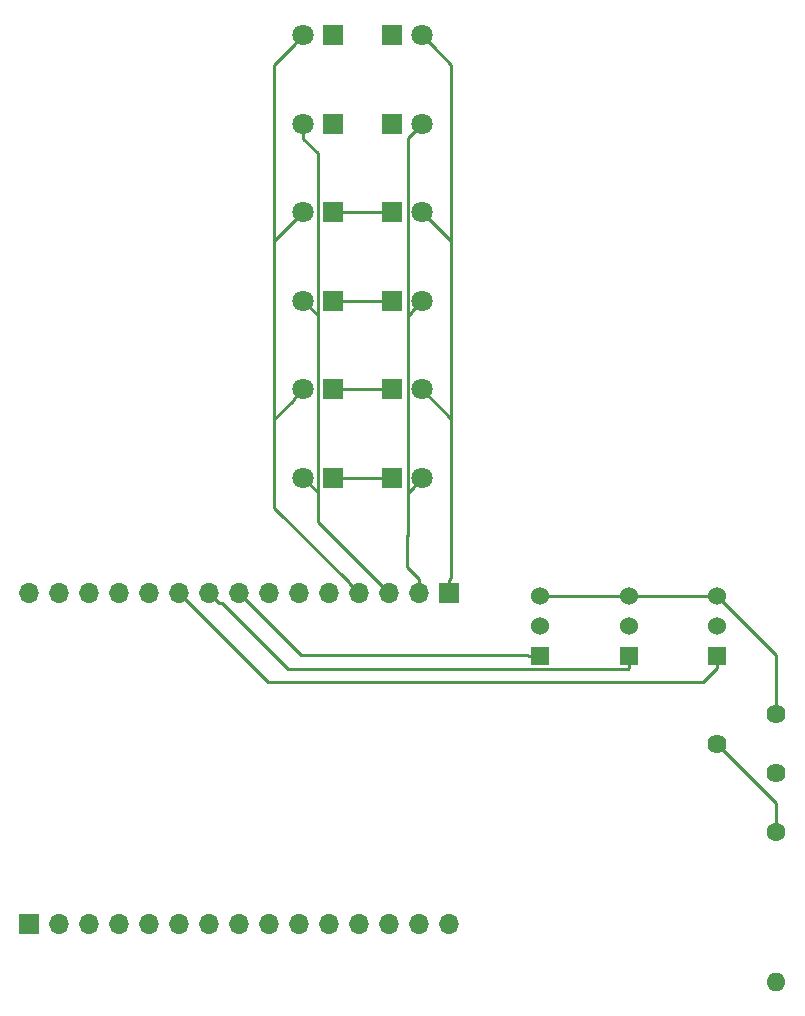
<source format=gbr>
G04 #@! TF.FileFunction,Copper,L2,Bot,Signal*
%FSLAX46Y46*%
G04 Gerber Fmt 4.6, Leading zero omitted, Abs format (unit mm)*
G04 Created by KiCad (PCBNEW 4.0.6+dfsg1-1) date Mon May 21 22:22:56 2018*
%MOMM*%
%LPD*%
G01*
G04 APERTURE LIST*
%ADD10C,0.100000*%
%ADD11C,1.524000*%
%ADD12R,1.524000X1.524000*%
%ADD13C,1.600000*%
%ADD14O,1.600000X1.600000*%
%ADD15C,1.620000*%
%ADD16R,1.800000X1.800000*%
%ADD17C,1.800000*%
%ADD18R,1.700000X1.700000*%
%ADD19O,1.700000X1.700000*%
%ADD20C,0.250000*%
G04 APERTURE END LIST*
D10*
D11*
X117500000Y-110000000D03*
X117500000Y-107460000D03*
D12*
X117500000Y-112540000D03*
D11*
X102500000Y-110000000D03*
X102500000Y-107460000D03*
D12*
X102500000Y-112540000D03*
D11*
X110000000Y-110000000D03*
X110000000Y-107460000D03*
D12*
X110000000Y-112540000D03*
D13*
X122500000Y-127500000D03*
D14*
X122500000Y-140200000D03*
D15*
X122500000Y-122500000D03*
X117500000Y-120000000D03*
X122500000Y-117500000D03*
D16*
X85000000Y-97500000D03*
D17*
X82460000Y-97500000D03*
D16*
X85000000Y-90000000D03*
D17*
X82460000Y-90000000D03*
D16*
X85000000Y-82500000D03*
D17*
X82460000Y-82500000D03*
D16*
X85000000Y-75000000D03*
D17*
X82460000Y-75000000D03*
D16*
X85000000Y-67500000D03*
D17*
X82460000Y-67500000D03*
D16*
X85000000Y-60000000D03*
D17*
X82460000Y-60000000D03*
D16*
X90000000Y-97500000D03*
D17*
X92540000Y-97500000D03*
D16*
X90000000Y-90000000D03*
D17*
X92540000Y-90000000D03*
D16*
X90000000Y-82500000D03*
D17*
X92540000Y-82500000D03*
D16*
X90000000Y-75000000D03*
D17*
X92540000Y-75000000D03*
D16*
X90000000Y-67500000D03*
D17*
X92540000Y-67500000D03*
D16*
X90000000Y-60000000D03*
D17*
X92540000Y-60000000D03*
D18*
X94810000Y-107250000D03*
D19*
X92270000Y-107250000D03*
X89730000Y-107250000D03*
X87190000Y-107250000D03*
X84650000Y-107250000D03*
X82110000Y-107250000D03*
X79570000Y-107250000D03*
X77030000Y-107250000D03*
X74490000Y-107250000D03*
X71950000Y-107250000D03*
X69410000Y-107250000D03*
X66870000Y-107250000D03*
X64330000Y-107250000D03*
X61790000Y-107250000D03*
X59250000Y-107250000D03*
D18*
X59250000Y-135250000D03*
D19*
X61790000Y-135250000D03*
X64330000Y-135250000D03*
X66870000Y-135250000D03*
X69410000Y-135250000D03*
X71950000Y-135250000D03*
X74490000Y-135250000D03*
X77030000Y-135250000D03*
X79570000Y-135250000D03*
X82110000Y-135250000D03*
X84650000Y-135250000D03*
X87190000Y-135250000D03*
X89730000Y-135250000D03*
X92270000Y-135250000D03*
X94810000Y-135250000D03*
D20*
X85000000Y-97500000D02*
X86150000Y-97500000D01*
X86150000Y-97500000D02*
X90000000Y-97500000D01*
X85000000Y-90000000D02*
X90000000Y-90000000D01*
X84730000Y-102230000D02*
X83685001Y-101185001D01*
X83685001Y-101185001D02*
X83685001Y-98725001D01*
X84730000Y-102250000D02*
X84730000Y-102230000D01*
X84730000Y-102250000D02*
X89730000Y-107250000D01*
X83685001Y-98725001D02*
X83685001Y-83725001D01*
X83685001Y-83725001D02*
X82460000Y-82500000D01*
X82460000Y-67500000D02*
X82460000Y-68772792D01*
X82460000Y-68772792D02*
X83685001Y-69997793D01*
X83685001Y-69997793D02*
X83685001Y-98725001D01*
X83685001Y-98725001D02*
X82460000Y-97500000D01*
X87190000Y-107250000D02*
X86340001Y-106400001D01*
X86340001Y-106400001D02*
X86340001Y-106340001D01*
X86340001Y-106340001D02*
X80000000Y-100000000D01*
X80000000Y-92500000D02*
X80000000Y-100000000D01*
X80000000Y-62500000D02*
X80000000Y-77500000D01*
X80000000Y-77500000D02*
X80000000Y-92500000D01*
X82460000Y-75000000D02*
X80000000Y-77460000D01*
X80000000Y-77460000D02*
X80000000Y-77500000D01*
X82460000Y-90000000D02*
X81560001Y-90899999D01*
X81560001Y-90899999D02*
X81560001Y-90939999D01*
X81560001Y-90939999D02*
X80000000Y-92500000D01*
X81560001Y-60939999D02*
X80000000Y-62500000D01*
X82460000Y-60000000D02*
X81560001Y-60899999D01*
X81560001Y-60899999D02*
X81560001Y-60939999D01*
X91314999Y-98750000D02*
X91314999Y-102250000D01*
X91314999Y-102250000D02*
X91314999Y-102435001D01*
X91250000Y-105027919D02*
X91250000Y-102314999D01*
X91250000Y-102314999D02*
X91314999Y-102250000D01*
X92270000Y-107250000D02*
X92270000Y-106047919D01*
X92270000Y-106047919D02*
X91250000Y-105027919D01*
X91314999Y-68725001D02*
X91314999Y-83750000D01*
X91314999Y-83750000D02*
X91314999Y-98500000D01*
X91640001Y-83399999D02*
X91640001Y-83424998D01*
X92540000Y-82500000D02*
X91640001Y-83399999D01*
X91640001Y-83424998D02*
X91314999Y-83750000D01*
X91314999Y-98500000D02*
X91314999Y-98750000D01*
X92540000Y-97500000D02*
X91640001Y-98399999D01*
X91640001Y-98399999D02*
X91640001Y-98424998D01*
X91640001Y-98424998D02*
X91314999Y-98750000D01*
X91415000Y-98399999D02*
X91314999Y-98500000D01*
X92540000Y-67500000D02*
X91314999Y-68725001D01*
X95000000Y-92250000D02*
X95000000Y-106000000D01*
X94960000Y-106000000D02*
X94810000Y-106150000D01*
X94810000Y-106150000D02*
X94810000Y-107250000D01*
X95000000Y-106000000D02*
X94960000Y-106000000D01*
X95000000Y-92250000D02*
X95000000Y-92460000D01*
X95000000Y-77460000D02*
X95000000Y-92250000D01*
X95000000Y-92460000D02*
X92540000Y-90000000D01*
X92540000Y-60000000D02*
X93439999Y-60899999D01*
X93439999Y-60899999D02*
X93439999Y-60939999D01*
X93439999Y-60939999D02*
X95000000Y-62500000D01*
X95000000Y-62500000D02*
X95000000Y-77460000D01*
X95000000Y-77460000D02*
X92540000Y-75000000D01*
X90000000Y-82500000D02*
X88850000Y-82500000D01*
X88850000Y-82500000D02*
X85000000Y-82500000D01*
X90000000Y-75000000D02*
X85000000Y-75000000D01*
X101448000Y-112500000D02*
X82280000Y-112500000D01*
X82280000Y-112500000D02*
X77030000Y-107250000D01*
X102500000Y-112540000D02*
X101488000Y-112540000D01*
X101488000Y-112540000D02*
X101448000Y-112500000D01*
X74490000Y-107250000D02*
X75339999Y-108099999D01*
X75339999Y-108099999D02*
X75599999Y-108099999D01*
X81127001Y-113627001D02*
X109924999Y-113627001D01*
X75599999Y-108099999D02*
X81127001Y-113627001D01*
X109924999Y-113627001D02*
X110000000Y-113552000D01*
X110000000Y-113552000D02*
X110000000Y-112540000D01*
X116302000Y-114750000D02*
X79450000Y-114750000D01*
X79450000Y-114750000D02*
X71950000Y-107250000D01*
X117500000Y-112540000D02*
X117500000Y-113552000D01*
X117500000Y-113552000D02*
X116302000Y-114750000D01*
X117500000Y-107460000D02*
X122500000Y-112460000D01*
X122500000Y-112460000D02*
X122500000Y-117500000D01*
X110000000Y-107460000D02*
X117500000Y-107460000D01*
X102500000Y-107460000D02*
X110000000Y-107460000D01*
X122500000Y-127500000D02*
X122500000Y-125000000D01*
X122500000Y-125000000D02*
X117500000Y-120000000D01*
M02*

</source>
